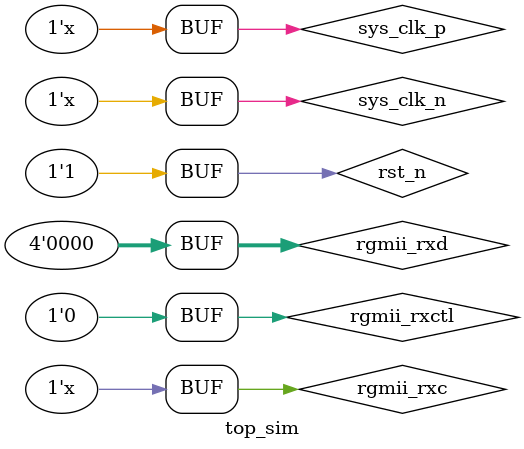
<source format=v>
`timescale 1ns / 1ps


module top_sim;
reg sys_clk_p;  //200m
wire sys_clk_n;
reg rst_n;
wire e_mdc,e_mdio,e_reset;
wire [3:0] rgmii_txd;
wire rgmii_txctl,rgmii_txc;
reg  [3:0] rgmii_rxd;
reg  rgmii_rxctl;
reg  rgmii_rxc;  //125m
wire fan;

top u_top
(
.sys_clk_p (sys_clk_p),
.sys_clk_n (sys_clk_n),
.rst_n (rst_n),
.e_mdc (e_mdc),
.e_mdio (e_mdio),
.e_reset (e_reset),
.rgmii_txd (rgmii_txd),
.rgmii_txctl (rgmii_txctl),
.rgmii_rxc (rgmii_rxc),
.fan (fan)
);
   
initial begin
  sys_clk_p = 0;
  rst_n = 0;
  rgmii_rxd = 0;
  rgmii_rxctl = 0;
  rgmii_rxc = 0;
  # 300
  rst_n = 1;
end  

always #2.5 sys_clk_p = ~sys_clk_p;
always #4   rgmii_rxc = ~rgmii_rxc;    
assign      sys_clk_n = ~sys_clk_p;
   
endmodule

</source>
